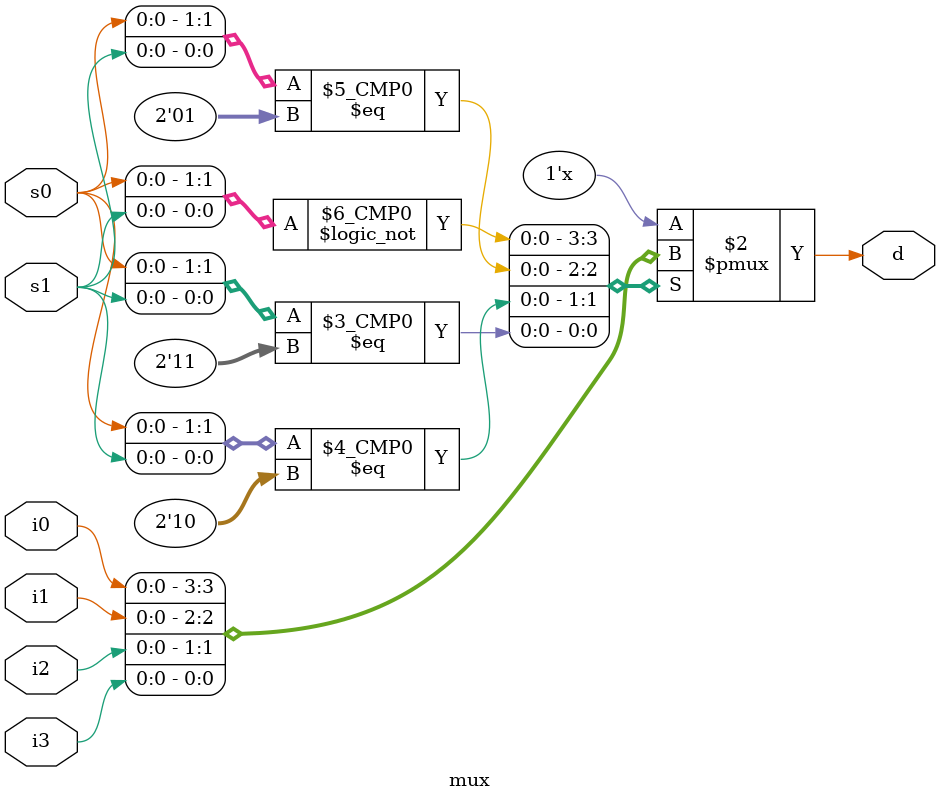
<source format=v>
module mux (
	input	i0, i1, i2, i3,
	input	s0, s1,
	output reg	d
);

always  @(*) begin
	case ( {s0, s1} )
		2'b00 : d = i0;
		2'b01 : d = i1;
		2'b10 : d = i2;
		2'b11 : d = i3;
	endcase
end

endmodule

</source>
